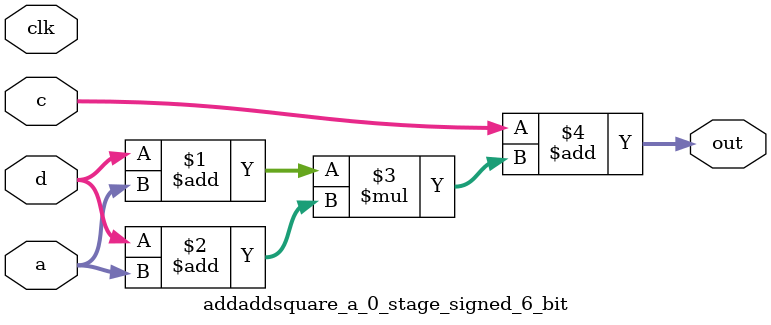
<source format=sv>
(* use_dsp = "yes" *) module addaddsquare_a_0_stage_signed_6_bit(
	input signed [5:0] a,
	input signed [5:0] c,
	input signed [5:0] d,
	output [5:0] out,
	input clk);

	assign out = c + ((d + a) * (d + a));
endmodule

</source>
